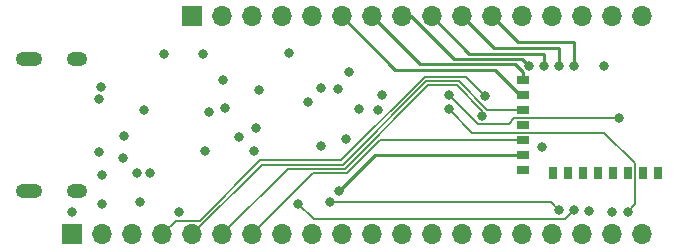
<source format=gbr>
%TF.GenerationSoftware,KiCad,Pcbnew,5.99.0-unknown-d946d6e68f~129~ubuntu20.04.1*%
%TF.CreationDate,2021-06-09T18:53:31+01:00*%
%TF.ProjectId,nRF52840-BBoard,6e524635-3238-4343-902d-42426f617264,v2*%
%TF.SameCoordinates,Original*%
%TF.FileFunction,Copper,L2,Inr*%
%TF.FilePolarity,Positive*%
%FSLAX46Y46*%
G04 Gerber Fmt 4.6, Leading zero omitted, Abs format (unit mm)*
G04 Created by KiCad (PCBNEW 5.99.0-unknown-d946d6e68f~129~ubuntu20.04.1) date 2021-06-09 18:53:31*
%MOMM*%
%LPD*%
G01*
G04 APERTURE LIST*
%TA.AperFunction,ComponentPad*%
%ADD10R,1.000000X0.650000*%
%TD*%
%TA.AperFunction,ComponentPad*%
%ADD11R,0.650000X1.000000*%
%TD*%
%TA.AperFunction,ComponentPad*%
%ADD12O,2.250000X1.250000*%
%TD*%
%TA.AperFunction,ComponentPad*%
%ADD13O,1.750000X1.250000*%
%TD*%
%TA.AperFunction,ComponentPad*%
%ADD14R,1.700000X1.700000*%
%TD*%
%TA.AperFunction,ComponentPad*%
%ADD15O,1.700000X1.700000*%
%TD*%
%TA.AperFunction,ViaPad*%
%ADD16C,0.800000*%
%TD*%
%TA.AperFunction,Conductor*%
%ADD17C,0.150000*%
%TD*%
%TA.AperFunction,Conductor*%
%ADD18C,0.250000*%
%TD*%
G04 APERTURE END LIST*
D10*
%TO.N,/P0.26*%
%TO.C,U1*%
X118912500Y-57167000D03*
%TO.N,/P0.06*%
X118912500Y-58437000D03*
%TO.N,/P0.08*%
X118912500Y-59707000D03*
%TO.N,BATTERY_PIN*%
X118912500Y-60977000D03*
%TO.N,/P0.12*%
X118912500Y-62247000D03*
%TO.N,/LED1*%
X118912500Y-63517000D03*
%TO.N,GND*%
X118912500Y-64787000D03*
D11*
%TO.N,/P0.15*%
X121452500Y-65041000D03*
%TO.N,/P0.17*%
X122722500Y-65041000D03*
%TO.N,/P0.20*%
X123992500Y-65041000D03*
%TO.N,/P0.22*%
X125262500Y-65041000D03*
%TO.N,/P1.00*%
X126532500Y-65041000D03*
%TO.N,/P1.02*%
X127802500Y-65041000D03*
%TO.N,/P1.04*%
X129072500Y-65041000D03*
%TO.N,/P1.06*%
X130342500Y-65041000D03*
%TD*%
D12*
%TO.N,GND*%
%TO.C,J2*%
X77125000Y-66550000D03*
D13*
X81125000Y-66600000D03*
X81125000Y-55424400D03*
D12*
X77125000Y-55400000D03*
%TD*%
D14*
%TO.N,VBAT*%
%TO.C,J5*%
X90850000Y-51750000D03*
D15*
%TO.N,GND*%
X93390000Y-51750000D03*
%TO.N,VCC*%
X95930000Y-51750000D03*
%TO.N,VUSB*%
X98470000Y-51750000D03*
%TO.N,GND*%
X101010000Y-51750000D03*
%TO.N,/P0.06*%
X103550000Y-51750000D03*
%TO.N,/P0.26*%
X106090000Y-51750000D03*
%TO.N,/P0.30*%
X108630000Y-51750000D03*
%TO.N,/P0.31*%
X111170000Y-51750000D03*
%TO.N,/P0.29*%
X113710000Y-51750000D03*
%TO.N,/P0.02*%
X116250000Y-51750000D03*
%TO.N,/P1.13*%
X118790000Y-51750000D03*
%TO.N,/P0.28*%
X121330000Y-51750000D03*
%TO.N,/P0.03*%
X123870000Y-51750000D03*
%TO.N,/P1.10*%
X126410000Y-51750000D03*
%TO.N,/P1.11*%
X128950000Y-51750000D03*
%TD*%
D14*
%TO.N,RESET*%
%TO.C,J4*%
X80750000Y-70225000D03*
D15*
%TO.N,VCC*%
X83290000Y-70225000D03*
%TO.N,GND*%
X85830000Y-70225000D03*
%TO.N,/P0.05*%
X88370000Y-70225000D03*
%TO.N,/P0.08*%
X90910000Y-70225000D03*
%TO.N,/P1.09*%
X93450000Y-70225000D03*
%TO.N,/P0.12*%
X95990000Y-70225000D03*
%TO.N,/P0.15*%
X98530000Y-70225000D03*
%TO.N,/P0.17*%
X101070000Y-70225000D03*
%TO.N,/P0.20*%
X103610000Y-70225000D03*
%TO.N,/P0.22*%
X106150000Y-70225000D03*
%TO.N,/P1.00*%
X108690000Y-70225000D03*
%TO.N,GND*%
X111230000Y-70225000D03*
%TO.N,/P0.13*%
X113770000Y-70225000D03*
%TO.N,/P0.24*%
X116310000Y-70225000D03*
%TO.N,/P1.02*%
X118850000Y-70225000D03*
%TO.N,/P1.04*%
X121390000Y-70225000D03*
%TO.N,/P0.09*%
X123930000Y-70225000D03*
%TO.N,/P1.06*%
X126470000Y-70225000D03*
%TO.N,/P0.10*%
X129010000Y-70225000D03*
%TD*%
D16*
%TO.N,GND*%
X93650000Y-59550000D03*
X92025000Y-63225000D03*
X106650000Y-59750000D03*
X99075000Y-54925000D03*
X101800000Y-62800000D03*
X125775000Y-56000000D03*
X88525000Y-54950000D03*
X83300000Y-65225000D03*
X86850000Y-59750000D03*
X103225000Y-57925000D03*
X86525000Y-67550000D03*
X96150000Y-63225000D03*
X83225000Y-57800000D03*
X120525000Y-62900000D03*
%TO.N,VBAT*%
X100700000Y-59050000D03*
X91800000Y-54950000D03*
%TO.N,VCC*%
X94875000Y-62000000D03*
X106950000Y-58450000D03*
X83275000Y-67675000D03*
%TO.N,VUSB*%
X83040803Y-58782383D03*
X93525000Y-57225000D03*
X96525000Y-58075000D03*
X83038766Y-63275000D03*
X101850000Y-57900000D03*
%TO.N,SWDIO*%
X126425000Y-68350000D03*
X127050000Y-60425000D03*
X112650000Y-58475000D03*
%TO.N,SWDCLK*%
X112650000Y-59675000D03*
X127773769Y-68348769D03*
%TO.N,D+*%
X123225000Y-68225000D03*
X85025000Y-63750000D03*
X99875000Y-67650000D03*
X86200000Y-65050000D03*
X85125000Y-61925000D03*
%TO.N,D-*%
X102600000Y-67500000D03*
X122000000Y-68225000D03*
X87325000Y-65075000D03*
%TO.N,RESET*%
X80750000Y-68400000D03*
X89775000Y-68400000D03*
X105000000Y-59675000D03*
X103925000Y-62200000D03*
%TO.N,/P0.02*%
X123250000Y-55975000D03*
%TO.N,/P0.29*%
X121975000Y-55975000D03*
%TO.N,/P0.31*%
X120700000Y-55975000D03*
%TO.N,/P0.30*%
X119425000Y-55975000D03*
%TO.N,/P0.05*%
X115675000Y-58500000D03*
%TO.N,/LED1*%
X103300000Y-66600000D03*
%TO.N,BATTERY_PIN*%
X104175000Y-56525000D03*
%TO.N,Net-(R6-Pad1)*%
X96274799Y-61274799D03*
X92325000Y-59925000D03*
%TO.N,/P1.09*%
X115425000Y-60225000D03*
%TO.N,/P0.13*%
X124475000Y-68250000D03*
%TD*%
D17*
%TO.N,SWDIO*%
X117700489Y-60899511D02*
X117700489Y-60869891D01*
X117700489Y-60869891D02*
X118192891Y-60377489D01*
X112650000Y-58475000D02*
X112676723Y-58475000D01*
X112676723Y-58475000D02*
X115101234Y-60899511D01*
X118192891Y-60377489D02*
X127002489Y-60377489D01*
X115101234Y-60899511D02*
X117700489Y-60899511D01*
X127002489Y-60377489D02*
X127050000Y-60425000D01*
%TO.N,SWDCLK*%
X128402011Y-67720527D02*
X127773769Y-68348769D01*
X128402011Y-64250413D02*
X128402011Y-67720527D01*
X114622489Y-61647489D02*
X125799087Y-61647489D01*
X112650000Y-59675000D02*
X114622489Y-61647489D01*
X125799087Y-61647489D02*
X128402011Y-64250413D01*
%TO.N,D+*%
X123225000Y-68225000D02*
X122475489Y-68974511D01*
X122475489Y-68974511D02*
X101199511Y-68974511D01*
X101199511Y-68974511D02*
X99875000Y-67650000D01*
%TO.N,D-*%
X121250000Y-67500000D02*
X122000000Y-68250000D01*
X102600000Y-67500000D02*
X121250000Y-67500000D01*
D18*
%TO.N,/P0.02*%
X118500000Y-54000000D02*
X123250000Y-54000000D01*
X123250000Y-54000000D02*
X123250000Y-55975000D01*
X116250000Y-51750000D02*
X118500000Y-54000000D01*
%TO.N,/P0.29*%
X116460000Y-54500000D02*
X122000000Y-54500000D01*
X122000000Y-55950000D02*
X122000000Y-54500000D01*
X113710000Y-51750000D02*
X116460000Y-54500000D01*
X121975000Y-55975000D02*
X122000000Y-55950000D01*
%TO.N,/P0.31*%
X114370000Y-54950000D02*
X120700000Y-54950000D01*
X111170000Y-51750000D02*
X114370000Y-54950000D01*
X120700000Y-55975000D02*
X120700000Y-54950000D01*
%TO.N,/P0.30*%
X108630000Y-51750000D02*
X109431723Y-51750000D01*
X113081243Y-55399520D02*
X118849520Y-55399520D01*
X109431723Y-51750000D02*
X113081243Y-55399520D01*
X118849520Y-55399520D02*
X119425000Y-55975000D01*
%TO.N,/P0.26*%
X110189040Y-55849040D02*
X109145000Y-54805000D01*
X118912500Y-57167000D02*
X118912500Y-56534777D01*
X118912500Y-56534777D02*
X118226763Y-55849040D01*
X106090000Y-51750000D02*
X109145000Y-54805000D01*
X118226763Y-55849040D02*
X110189040Y-55849040D01*
%TO.N,/P0.06*%
X108098560Y-56298560D02*
X103550000Y-51750000D01*
X116523560Y-56298560D02*
X108098560Y-56298560D01*
X118662000Y-58437000D02*
X116523560Y-56298560D01*
X118737500Y-58437000D02*
X118912500Y-58437000D01*
X118912500Y-58437000D02*
X118662000Y-58437000D01*
D17*
%TO.N,/P0.05*%
X110574520Y-56950480D02*
X103525488Y-63999512D01*
X114125480Y-56950480D02*
X114099520Y-56950480D01*
X114125480Y-56950480D02*
X110574520Y-56950480D01*
D18*
X115675000Y-58500000D02*
X115550000Y-58500000D01*
D17*
X89494511Y-69100489D02*
X88370000Y-70225000D01*
X103525488Y-63999512D02*
X96625489Y-63999511D01*
X115675000Y-58500000D02*
X114125480Y-56950480D01*
X96625489Y-63999511D02*
X91524511Y-69100489D01*
X91524511Y-69100489D02*
X89494511Y-69100489D01*
%TO.N,/P0.08*%
X96785969Y-64349031D02*
X103688252Y-64349031D01*
X118912500Y-59707000D02*
X115883723Y-59707000D01*
X115883723Y-59707000D02*
X113476723Y-57300000D01*
X90910000Y-70225000D02*
X96785969Y-64349031D01*
X103688252Y-64349031D02*
X110737283Y-57300000D01*
X110737283Y-57300000D02*
X113476723Y-57300000D01*
%TO.N,/P0.12*%
X106803000Y-62247000D02*
X106828000Y-62247000D01*
X101140000Y-65075000D02*
X103975000Y-65075000D01*
X106803000Y-62247000D02*
X118912500Y-62247000D01*
X95990000Y-70225000D02*
X101140000Y-65075000D01*
X103975000Y-65075000D02*
X106803000Y-62247000D01*
D18*
%TO.N,/P1.04*%
X121797277Y-70225000D02*
X121390000Y-70225000D01*
%TO.N,/LED1*%
X118912500Y-63517000D02*
X106383000Y-63517000D01*
X106383000Y-63517000D02*
X103300000Y-66600000D01*
D17*
%TO.N,/P1.09*%
X113300000Y-57650000D02*
X110881579Y-57650000D01*
X115425000Y-60225000D02*
X115425000Y-59775000D01*
X115425000Y-59775000D02*
X113300000Y-57650000D01*
X98975000Y-64700000D02*
X93450000Y-70225000D01*
X103831579Y-64700000D02*
X98975000Y-64700000D01*
X110881579Y-57650000D02*
X103831579Y-64700000D01*
%TD*%
M02*

</source>
